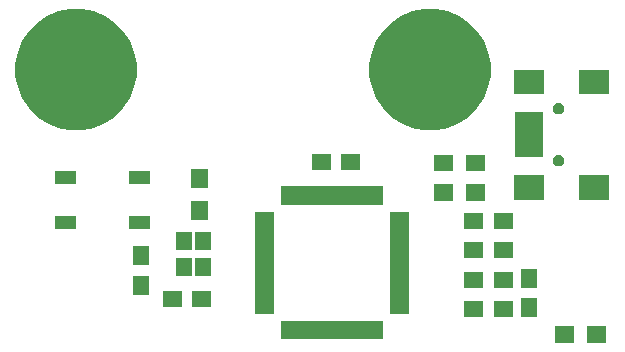
<source format=gts>
G04 #@! TF.GenerationSoftware,KiCad,Pcbnew,(5.1.4)-1*
G04 #@! TF.CreationDate,2020-01-26T21:21:17-03:00*
G04 #@! TF.ProjectId,CONTESTING,434f4e54-4553-4544-994e-472e6b696361,rev?*
G04 #@! TF.SameCoordinates,Original*
G04 #@! TF.FileFunction,Soldermask,Top*
G04 #@! TF.FilePolarity,Negative*
%FSLAX46Y46*%
G04 Gerber Fmt 4.6, Leading zero omitted, Abs format (unit mm)*
G04 Created by KiCad (PCBNEW (5.1.4)-1) date 2020-01-26 21:21:17*
%MOMM*%
%LPD*%
G04 APERTURE LIST*
%ADD10C,0.100000*%
G04 APERTURE END LIST*
D10*
G36*
X110101000Y-128001000D02*
G01*
X108499000Y-128001000D01*
X108499000Y-126599000D01*
X110101000Y-126599000D01*
X110101000Y-128001000D01*
X110101000Y-128001000D01*
G37*
G36*
X107401000Y-128001000D02*
G01*
X105799000Y-128001000D01*
X105799000Y-126599000D01*
X107401000Y-126599000D01*
X107401000Y-128001000D01*
X107401000Y-128001000D01*
G37*
G36*
X91226000Y-127701000D02*
G01*
X82574000Y-127701000D01*
X82574000Y-126099000D01*
X91226000Y-126099000D01*
X91226000Y-127701000D01*
X91226000Y-127701000D01*
G37*
G36*
X99701000Y-125826000D02*
G01*
X98099000Y-125826000D01*
X98099000Y-124474000D01*
X99701000Y-124474000D01*
X99701000Y-125826000D01*
X99701000Y-125826000D01*
G37*
G36*
X102201000Y-125826000D02*
G01*
X100599000Y-125826000D01*
X100599000Y-124474000D01*
X102201000Y-124474000D01*
X102201000Y-125826000D01*
X102201000Y-125826000D01*
G37*
G36*
X104276000Y-125801000D02*
G01*
X102924000Y-125801000D01*
X102924000Y-124199000D01*
X104276000Y-124199000D01*
X104276000Y-125801000D01*
X104276000Y-125801000D01*
G37*
G36*
X93401000Y-125526000D02*
G01*
X91799000Y-125526000D01*
X91799000Y-116874000D01*
X93401000Y-116874000D01*
X93401000Y-125526000D01*
X93401000Y-125526000D01*
G37*
G36*
X82001000Y-125526000D02*
G01*
X80399000Y-125526000D01*
X80399000Y-116874000D01*
X82001000Y-116874000D01*
X82001000Y-125526000D01*
X82001000Y-125526000D01*
G37*
G36*
X74201000Y-124976000D02*
G01*
X72599000Y-124976000D01*
X72599000Y-123624000D01*
X74201000Y-123624000D01*
X74201000Y-124976000D01*
X74201000Y-124976000D01*
G37*
G36*
X76701000Y-124976000D02*
G01*
X75099000Y-124976000D01*
X75099000Y-123624000D01*
X76701000Y-123624000D01*
X76701000Y-124976000D01*
X76701000Y-124976000D01*
G37*
G36*
X71426000Y-123901000D02*
G01*
X70074000Y-123901000D01*
X70074000Y-122299000D01*
X71426000Y-122299000D01*
X71426000Y-123901000D01*
X71426000Y-123901000D01*
G37*
G36*
X102201000Y-123326000D02*
G01*
X100599000Y-123326000D01*
X100599000Y-121974000D01*
X102201000Y-121974000D01*
X102201000Y-123326000D01*
X102201000Y-123326000D01*
G37*
G36*
X99701000Y-123326000D02*
G01*
X98099000Y-123326000D01*
X98099000Y-121974000D01*
X99701000Y-121974000D01*
X99701000Y-123326000D01*
X99701000Y-123326000D01*
G37*
G36*
X104276000Y-123301000D02*
G01*
X102924000Y-123301000D01*
X102924000Y-121699000D01*
X104276000Y-121699000D01*
X104276000Y-123301000D01*
X104276000Y-123301000D01*
G37*
G36*
X75051000Y-122301000D02*
G01*
X73749000Y-122301000D01*
X73749000Y-120799000D01*
X75051000Y-120799000D01*
X75051000Y-122301000D01*
X75051000Y-122301000D01*
G37*
G36*
X76651000Y-122301000D02*
G01*
X75349000Y-122301000D01*
X75349000Y-120799000D01*
X76651000Y-120799000D01*
X76651000Y-122301000D01*
X76651000Y-122301000D01*
G37*
G36*
X71426000Y-121401000D02*
G01*
X70074000Y-121401000D01*
X70074000Y-119799000D01*
X71426000Y-119799000D01*
X71426000Y-121401000D01*
X71426000Y-121401000D01*
G37*
G36*
X102201000Y-120826000D02*
G01*
X100599000Y-120826000D01*
X100599000Y-119474000D01*
X102201000Y-119474000D01*
X102201000Y-120826000D01*
X102201000Y-120826000D01*
G37*
G36*
X99701000Y-120826000D02*
G01*
X98099000Y-120826000D01*
X98099000Y-119474000D01*
X99701000Y-119474000D01*
X99701000Y-120826000D01*
X99701000Y-120826000D01*
G37*
G36*
X75051000Y-120101000D02*
G01*
X73749000Y-120101000D01*
X73749000Y-118599000D01*
X75051000Y-118599000D01*
X75051000Y-120101000D01*
X75051000Y-120101000D01*
G37*
G36*
X76651000Y-120101000D02*
G01*
X75349000Y-120101000D01*
X75349000Y-118599000D01*
X76651000Y-118599000D01*
X76651000Y-120101000D01*
X76651000Y-120101000D01*
G37*
G36*
X71551000Y-118351000D02*
G01*
X69749000Y-118351000D01*
X69749000Y-117249000D01*
X71551000Y-117249000D01*
X71551000Y-118351000D01*
X71551000Y-118351000D01*
G37*
G36*
X65251000Y-118351000D02*
G01*
X63449000Y-118351000D01*
X63449000Y-117249000D01*
X65251000Y-117249000D01*
X65251000Y-118351000D01*
X65251000Y-118351000D01*
G37*
G36*
X102201000Y-118326000D02*
G01*
X100599000Y-118326000D01*
X100599000Y-116974000D01*
X102201000Y-116974000D01*
X102201000Y-118326000D01*
X102201000Y-118326000D01*
G37*
G36*
X99701000Y-118326000D02*
G01*
X98099000Y-118326000D01*
X98099000Y-116974000D01*
X99701000Y-116974000D01*
X99701000Y-118326000D01*
X99701000Y-118326000D01*
G37*
G36*
X76401000Y-117601000D02*
G01*
X74999000Y-117601000D01*
X74999000Y-115999000D01*
X76401000Y-115999000D01*
X76401000Y-117601000D01*
X76401000Y-117601000D01*
G37*
G36*
X91226000Y-116301000D02*
G01*
X82574000Y-116301000D01*
X82574000Y-114699000D01*
X91226000Y-114699000D01*
X91226000Y-116301000D01*
X91226000Y-116301000D01*
G37*
G36*
X97151000Y-115951000D02*
G01*
X95549000Y-115951000D01*
X95549000Y-114549000D01*
X97151000Y-114549000D01*
X97151000Y-115951000D01*
X97151000Y-115951000D01*
G37*
G36*
X99851000Y-115951000D02*
G01*
X98249000Y-115951000D01*
X98249000Y-114549000D01*
X99851000Y-114549000D01*
X99851000Y-115951000D01*
X99851000Y-115951000D01*
G37*
G36*
X104901000Y-115851000D02*
G01*
X102299000Y-115851000D01*
X102299000Y-113749000D01*
X104901000Y-113749000D01*
X104901000Y-115851000D01*
X104901000Y-115851000D01*
G37*
G36*
X110401000Y-115851000D02*
G01*
X107799000Y-115851000D01*
X107799000Y-113749000D01*
X110401000Y-113749000D01*
X110401000Y-115851000D01*
X110401000Y-115851000D01*
G37*
G36*
X76401000Y-114901000D02*
G01*
X74999000Y-114901000D01*
X74999000Y-113299000D01*
X76401000Y-113299000D01*
X76401000Y-114901000D01*
X76401000Y-114901000D01*
G37*
G36*
X71551000Y-114551000D02*
G01*
X69749000Y-114551000D01*
X69749000Y-113449000D01*
X71551000Y-113449000D01*
X71551000Y-114551000D01*
X71551000Y-114551000D01*
G37*
G36*
X65251000Y-114551000D02*
G01*
X63449000Y-114551000D01*
X63449000Y-113449000D01*
X65251000Y-113449000D01*
X65251000Y-114551000D01*
X65251000Y-114551000D01*
G37*
G36*
X97151000Y-113451000D02*
G01*
X95549000Y-113451000D01*
X95549000Y-112049000D01*
X97151000Y-112049000D01*
X97151000Y-113451000D01*
X97151000Y-113451000D01*
G37*
G36*
X99851000Y-113451000D02*
G01*
X98249000Y-113451000D01*
X98249000Y-112049000D01*
X99851000Y-112049000D01*
X99851000Y-113451000D01*
X99851000Y-113451000D01*
G37*
G36*
X89301000Y-113326000D02*
G01*
X87699000Y-113326000D01*
X87699000Y-111974000D01*
X89301000Y-111974000D01*
X89301000Y-113326000D01*
X89301000Y-113326000D01*
G37*
G36*
X86801000Y-113326000D02*
G01*
X85199000Y-113326000D01*
X85199000Y-111974000D01*
X86801000Y-111974000D01*
X86801000Y-113326000D01*
X86801000Y-113326000D01*
G37*
G36*
X106197740Y-112058626D02*
G01*
X106246136Y-112068253D01*
X106283902Y-112083896D01*
X106337311Y-112106019D01*
X106337312Y-112106020D01*
X106419369Y-112160848D01*
X106489152Y-112230631D01*
X106489153Y-112230633D01*
X106543981Y-112312689D01*
X106581747Y-112403865D01*
X106601000Y-112500655D01*
X106601000Y-112599345D01*
X106581747Y-112696135D01*
X106543981Y-112787311D01*
X106543980Y-112787312D01*
X106489152Y-112869369D01*
X106419369Y-112939152D01*
X106378062Y-112966752D01*
X106337311Y-112993981D01*
X106283902Y-113016104D01*
X106246136Y-113031747D01*
X106197740Y-113041373D01*
X106149345Y-113051000D01*
X106050655Y-113051000D01*
X106002260Y-113041373D01*
X105953864Y-113031747D01*
X105916098Y-113016104D01*
X105862689Y-112993981D01*
X105821938Y-112966752D01*
X105780631Y-112939152D01*
X105710848Y-112869369D01*
X105656020Y-112787312D01*
X105656019Y-112787311D01*
X105618253Y-112696135D01*
X105599000Y-112599345D01*
X105599000Y-112500655D01*
X105618253Y-112403865D01*
X105656019Y-112312689D01*
X105710847Y-112230633D01*
X105710848Y-112230631D01*
X105780631Y-112160848D01*
X105862688Y-112106020D01*
X105862689Y-112106019D01*
X105916098Y-112083896D01*
X105953864Y-112068253D01*
X106002260Y-112058626D01*
X106050655Y-112049000D01*
X106149345Y-112049000D01*
X106197740Y-112058626D01*
X106197740Y-112058626D01*
G37*
G36*
X104801000Y-112251000D02*
G01*
X102399000Y-112251000D01*
X102399000Y-108449000D01*
X104801000Y-108449000D01*
X104801000Y-112251000D01*
X104801000Y-112251000D01*
G37*
G36*
X96221009Y-99817591D02*
G01*
X96716658Y-99916181D01*
X97650440Y-100302967D01*
X98490822Y-100864492D01*
X99205508Y-101579178D01*
X99767033Y-102419560D01*
X100153819Y-103353342D01*
X100351000Y-104344641D01*
X100351000Y-105355359D01*
X100153819Y-106346658D01*
X99767033Y-107280440D01*
X99205508Y-108120822D01*
X98490822Y-108835508D01*
X97650440Y-109397033D01*
X96716658Y-109783819D01*
X96378915Y-109851000D01*
X95725361Y-109981000D01*
X94714639Y-109981000D01*
X94061085Y-109851000D01*
X93723342Y-109783819D01*
X92789560Y-109397033D01*
X91949178Y-108835508D01*
X91234492Y-108120822D01*
X90672967Y-107280440D01*
X90286181Y-106346658D01*
X90089000Y-105355359D01*
X90089000Y-104344641D01*
X90286181Y-103353342D01*
X90672967Y-102419560D01*
X91234492Y-101579178D01*
X91949178Y-100864492D01*
X92789560Y-100302967D01*
X93723342Y-99916181D01*
X94218991Y-99817591D01*
X94714639Y-99719000D01*
X95725361Y-99719000D01*
X96221009Y-99817591D01*
X96221009Y-99817591D01*
G37*
G36*
X66251009Y-99817591D02*
G01*
X66746658Y-99916181D01*
X67680440Y-100302967D01*
X68520822Y-100864492D01*
X69235508Y-101579178D01*
X69797033Y-102419560D01*
X70183819Y-103353342D01*
X70381000Y-104344641D01*
X70381000Y-105355359D01*
X70183819Y-106346658D01*
X69797033Y-107280440D01*
X69235508Y-108120822D01*
X68520822Y-108835508D01*
X67680440Y-109397033D01*
X66746658Y-109783819D01*
X66408915Y-109851000D01*
X65755361Y-109981000D01*
X64744639Y-109981000D01*
X64091085Y-109851000D01*
X63753342Y-109783819D01*
X62819560Y-109397033D01*
X61979178Y-108835508D01*
X61264492Y-108120822D01*
X60702967Y-107280440D01*
X60316181Y-106346658D01*
X60119000Y-105355359D01*
X60119000Y-104344641D01*
X60316181Y-103353342D01*
X60702967Y-102419560D01*
X61264492Y-101579178D01*
X61979178Y-100864492D01*
X62819560Y-100302967D01*
X63753342Y-99916181D01*
X64248991Y-99817591D01*
X64744639Y-99719000D01*
X65755361Y-99719000D01*
X66251009Y-99817591D01*
X66251009Y-99817591D01*
G37*
G36*
X106197740Y-107658626D02*
G01*
X106246136Y-107668253D01*
X106283902Y-107683896D01*
X106337311Y-107706019D01*
X106337312Y-107706020D01*
X106419369Y-107760848D01*
X106489152Y-107830631D01*
X106489153Y-107830633D01*
X106543981Y-107912689D01*
X106581747Y-108003865D01*
X106601000Y-108100655D01*
X106601000Y-108199345D01*
X106581747Y-108296135D01*
X106543981Y-108387311D01*
X106543980Y-108387312D01*
X106489152Y-108469369D01*
X106419369Y-108539152D01*
X106378062Y-108566752D01*
X106337311Y-108593981D01*
X106283902Y-108616104D01*
X106246136Y-108631747D01*
X106197740Y-108641373D01*
X106149345Y-108651000D01*
X106050655Y-108651000D01*
X106002260Y-108641373D01*
X105953864Y-108631747D01*
X105916098Y-108616104D01*
X105862689Y-108593981D01*
X105821938Y-108566752D01*
X105780631Y-108539152D01*
X105710848Y-108469369D01*
X105656020Y-108387312D01*
X105656019Y-108387311D01*
X105618253Y-108296135D01*
X105599000Y-108199345D01*
X105599000Y-108100655D01*
X105618253Y-108003865D01*
X105656019Y-107912689D01*
X105710847Y-107830633D01*
X105710848Y-107830631D01*
X105780631Y-107760848D01*
X105862688Y-107706020D01*
X105862689Y-107706019D01*
X105916098Y-107683896D01*
X105953864Y-107668253D01*
X106002260Y-107658626D01*
X106050655Y-107649000D01*
X106149345Y-107649000D01*
X106197740Y-107658626D01*
X106197740Y-107658626D01*
G37*
G36*
X110401000Y-106951000D02*
G01*
X107799000Y-106951000D01*
X107799000Y-104849000D01*
X110401000Y-104849000D01*
X110401000Y-106951000D01*
X110401000Y-106951000D01*
G37*
G36*
X104901000Y-106951000D02*
G01*
X102299000Y-106951000D01*
X102299000Y-104849000D01*
X104901000Y-104849000D01*
X104901000Y-106951000D01*
X104901000Y-106951000D01*
G37*
M02*

</source>
